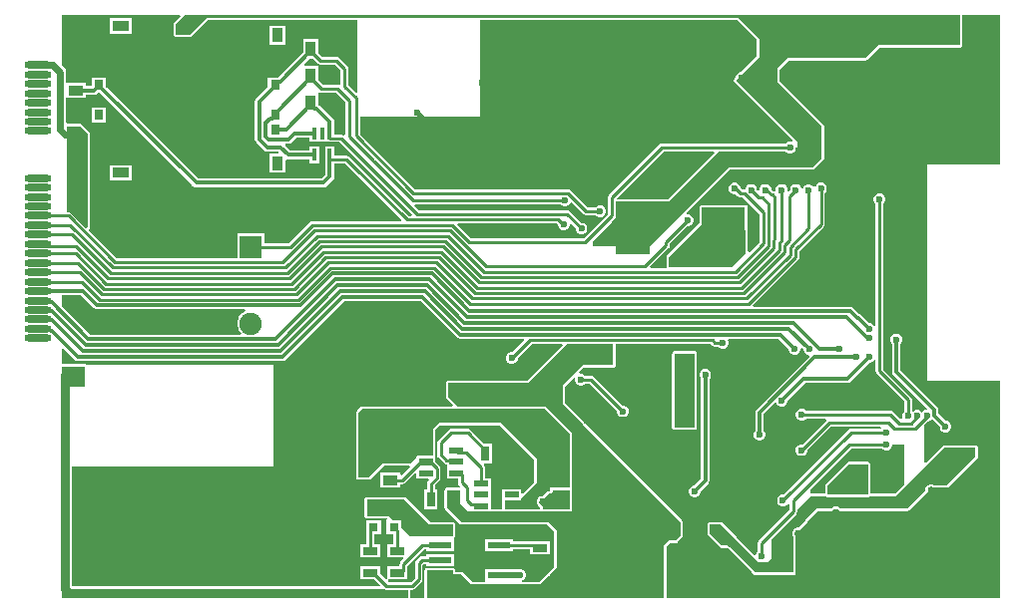
<source format=gbl>
G04*
G04 #@! TF.GenerationSoftware,Altium Limited,Altium Designer,22.0.2 (36)*
G04*
G04 Layer_Physical_Order=2*
G04 Layer_Color=16711680*
%FSLAX44Y44*%
%MOMM*%
G71*
G04*
G04 #@! TF.SameCoordinates,5265F303-A955-4834-83B4-5BE1E65ADB8C*
G04*
G04*
G04 #@! TF.FilePolarity,Positive*
G04*
G01*
G75*
%ADD12C,0.3000*%
%ADD16C,0.4000*%
%ADD17C,0.2540*%
%ADD20O,2.3000X0.6000*%
%ADD21R,0.7000X1.3000*%
%ADD22R,0.9000X1.3000*%
%ADD30R,1.3000X0.9000*%
%ADD31R,0.8000X0.8000*%
%ADD32R,1.3000X0.7000*%
%ADD48R,0.4000X1.0900*%
%ADD94C,0.7000*%
%ADD95C,0.5000*%
%ADD97C,0.3000*%
G04:AMPARAMS|DCode=98|XSize=2mm|YSize=1.2mm|CornerRadius=0.36mm|HoleSize=0mm|Usage=FLASHONLY|Rotation=90.000|XOffset=0mm|YOffset=0mm|HoleType=Round|Shape=RoundedRectangle|*
%AMROUNDEDRECTD98*
21,1,2.0000,0.4800,0,0,90.0*
21,1,1.2800,1.2000,0,0,90.0*
1,1,0.7200,0.2400,0.6400*
1,1,0.7200,0.2400,-0.6400*
1,1,0.7200,-0.2400,-0.6400*
1,1,0.7200,-0.2400,0.6400*
%
%ADD98ROUNDEDRECTD98*%
%ADD99C,1.9000*%
%ADD100R,1.9000X1.9000*%
%ADD101C,0.6000*%
%ADD102R,3.0000X4.0000*%
%ADD103R,1.2000X0.5500*%
%ADD104R,1.9700X0.6000*%
%ADD105R,2.4130X3.3020*%
%ADD106R,1.4000X0.9500*%
%ADD107R,0.9500X1.2000*%
%ADD108R,0.8000X0.9000*%
%ADD109C,0.6000*%
%ADD110C,0.3500*%
G36*
X261330Y497455D02*
X262412Y496732D01*
X263688Y496478D01*
X275931D01*
X280896Y491513D01*
Y479608D01*
X279626Y478929D01*
X279400Y479080D01*
X278125Y479334D01*
X265881D01*
X262000Y483215D01*
Y495500D01*
X250203D01*
X249677Y496770D01*
X254407Y501500D01*
X257285D01*
X261330Y497455D01*
D02*
G37*
G36*
X144943Y537827D02*
X139558Y532442D01*
X139116Y531780D01*
X138961Y531000D01*
Y522000D01*
X139116Y521220D01*
X139558Y520558D01*
X140220Y520116D01*
X141000Y519961D01*
X153000D01*
X153000Y519961D01*
X153780Y520116D01*
X154442Y520558D01*
X154442Y520558D01*
X167845Y533961D01*
X295000D01*
Y473374D01*
X293827Y472888D01*
X287564Y479151D01*
Y492894D01*
X287310Y494170D01*
X286588Y495252D01*
X279670Y502170D01*
X278588Y502892D01*
X277312Y503146D01*
X265069D01*
X262000Y506215D01*
Y518500D01*
X249000D01*
Y506907D01*
X227766Y485673D01*
X227350D01*
X226981Y485600D01*
X219100D01*
Y478007D01*
X209146Y468054D01*
X208318Y466813D01*
X208027Y465350D01*
Y432969D01*
X208318Y431505D01*
X209146Y430265D01*
X215731Y423681D01*
X216971Y422852D01*
X218434Y422561D01*
X227851D01*
X228270Y422020D01*
X227647Y420750D01*
X220650D01*
Y404750D01*
X234150D01*
Y415384D01*
X235420Y416172D01*
X236403Y415977D01*
X254500D01*
Y412350D01*
X262500D01*
Y427250D01*
X254500D01*
Y423623D01*
X237987D01*
X233654Y427957D01*
X234180Y429226D01*
X236323D01*
X237787Y429518D01*
X239027Y430346D01*
X243057Y434377D01*
X254500D01*
Y430750D01*
X271908D01*
X272230Y430686D01*
X279619D01*
X341168Y369137D01*
X340682Y367964D01*
X338618D01*
X294116Y412466D01*
X293371Y412964D01*
X288358Y417977D01*
X287276Y418700D01*
X286000Y418954D01*
X275500D01*
Y427250D01*
X267500D01*
Y412350D01*
X267677D01*
Y403084D01*
X264416Y399823D01*
X159884D01*
X81700Y478007D01*
Y485600D01*
X69700D01*
Y478324D01*
X64500D01*
Y481000D01*
X48098D01*
Y489899D01*
X47710Y491850D01*
X46605Y493504D01*
X44000Y496109D01*
Y539000D01*
X144457D01*
X144943Y537827D01*
D02*
G37*
G36*
X263224Y472920D02*
X264500Y472666D01*
X276744D01*
X284666Y464743D01*
Y436865D01*
X283396Y436339D01*
X283358Y436377D01*
X282276Y437100D01*
X281000Y437354D01*
X275500D01*
Y445650D01*
X275323D01*
Y448000D01*
X275032Y449463D01*
X274204Y450704D01*
X262954Y461954D01*
X262000Y462591D01*
Y472210D01*
X263047Y473038D01*
X263224Y472920D01*
D02*
G37*
G36*
X633961Y517155D02*
Y503845D01*
X620116Y490000D01*
X620005D01*
X618168Y489239D01*
X616761Y487832D01*
X616000Y485995D01*
Y485884D01*
X614558Y484442D01*
X614116Y483780D01*
X613961Y483000D01*
X614116Y482220D01*
X614558Y481558D01*
X614558Y481558D01*
X664270Y431847D01*
X663550Y430770D01*
X662995Y431000D01*
X661005D01*
X659168Y430239D01*
X658263Y429334D01*
X553376D01*
X552100Y429080D01*
X551018Y428358D01*
X508372Y385712D01*
X507650Y384630D01*
X507396Y383354D01*
Y369490D01*
X486970Y349064D01*
X391045D01*
X379986Y360122D01*
X380472Y361296D01*
X464053D01*
X465000Y360349D01*
Y360005D01*
X465761Y358168D01*
X467168Y356761D01*
X469005Y356000D01*
X470994D01*
X472832Y356761D01*
X474239Y358168D01*
X475000Y360005D01*
Y360489D01*
X476270Y361015D01*
X480000Y357285D01*
Y356005D01*
X480761Y354168D01*
X482168Y352761D01*
X484005Y352000D01*
X485995D01*
X487832Y352761D01*
X489239Y354168D01*
X490000Y356005D01*
Y357995D01*
X489239Y359832D01*
X487832Y361239D01*
X485995Y362000D01*
X484715D01*
X475188Y371527D01*
X474106Y372250D01*
X472830Y372504D01*
X347231D01*
X343339Y376396D01*
X343865Y377666D01*
X467263D01*
X468168Y376761D01*
X470005Y376000D01*
X471995D01*
X473832Y376761D01*
X475239Y378168D01*
X475517Y378839D01*
X477015Y379137D01*
X486510Y369642D01*
X487591Y368920D01*
X488867Y368666D01*
X497263D01*
X498168Y367761D01*
X500005Y367000D01*
X501995D01*
X503832Y367761D01*
X505239Y369168D01*
X506000Y371005D01*
Y372995D01*
X505239Y374832D01*
X503832Y376239D01*
X501995Y377000D01*
X500005D01*
X498168Y376239D01*
X497263Y375334D01*
X490248D01*
X475955Y389627D01*
X474873Y390350D01*
X473597Y390604D01*
X344111D01*
X297334Y437381D01*
Y452000D01*
X399000D01*
Y533961D01*
X617155D01*
X633961Y517155D01*
D02*
G37*
G36*
X806000Y513000D02*
X737000D01*
X726000Y502000D01*
X660000D01*
X651000Y493000D01*
Y482000D01*
X689000Y444000D01*
Y417000D01*
X681000Y409000D01*
Y409000D01*
X610000D01*
X543000Y342000D01*
X495000D01*
Y346000D01*
X511000Y362000D01*
Y363664D01*
X513088Y365751D01*
X513810Y366833D01*
X514064Y368109D01*
Y380000D01*
X559000D01*
X601666Y422666D01*
X658263D01*
X659168Y421761D01*
X661005Y421000D01*
X662995D01*
X664832Y421761D01*
X666239Y423168D01*
X667000Y425005D01*
Y426000D01*
X668000D01*
Y431000D01*
X616000Y483000D01*
X636000Y503000D01*
Y518000D01*
X618000Y536000D01*
X167000D01*
X153000Y522000D01*
X141000D01*
Y531000D01*
X149000Y539000D01*
X806000D01*
Y513000D01*
D02*
G37*
G36*
X597609Y421493D02*
X558155Y382039D01*
X515789D01*
X515303Y383213D01*
X554757Y422666D01*
X597123D01*
X597609Y421493D01*
D02*
G37*
G36*
X66000Y438000D02*
Y358220D01*
X64827Y357734D01*
X52203Y370358D01*
X51121Y371080D01*
X49845Y371334D01*
X48497D01*
Y443497D01*
X49000Y444000D01*
X60000D01*
X66000Y438000D01*
D02*
G37*
G36*
X155596Y393296D02*
X156837Y392468D01*
X158300Y392177D01*
X266000D01*
X267463Y392468D01*
X268704Y393296D01*
X274204Y398796D01*
X275032Y400037D01*
X275323Y401500D01*
Y412286D01*
X284619D01*
X289154Y407751D01*
X289899Y407253D01*
X332555Y364597D01*
X332069Y363424D01*
X256950D01*
X255674Y363170D01*
X254593Y362448D01*
X236979Y344834D01*
X216000D01*
Y353000D01*
X193000D01*
Y331884D01*
X90676D01*
X67315Y355246D01*
X67442Y356778D01*
X67884Y357439D01*
X68039Y358220D01*
Y438000D01*
X68039Y438000D01*
X67884Y438780D01*
X67442Y439442D01*
X61442Y445442D01*
X60780Y445884D01*
X60000Y446039D01*
X49000D01*
X49000Y446039D01*
X48098Y447155D01*
Y468000D01*
X64500D01*
Y470677D01*
X71600D01*
X73063Y470968D01*
X74304Y471796D01*
X75107Y472600D01*
X76293D01*
X155596Y393296D01*
D02*
G37*
G36*
X624000Y336000D02*
X612000Y324000D01*
X559000D01*
Y333000D01*
X587000Y361000D01*
Y375000D01*
X623000D01*
X624000Y336000D01*
D02*
G37*
G36*
X71633Y289477D02*
X72790Y288703D01*
X74156Y288431D01*
X199358D01*
X199997Y287277D01*
X199966Y287161D01*
X197439Y285702D01*
X195298Y283561D01*
X193784Y280939D01*
X193000Y278014D01*
Y274986D01*
X193784Y272061D01*
X195298Y269439D01*
X196398Y268339D01*
X195872Y267069D01*
X68049D01*
X44000Y291118D01*
Y300431D01*
X60678D01*
X71633Y289477D01*
D02*
G37*
G36*
X379247Y264707D02*
X380404Y263933D01*
X381770Y263661D01*
X436287D01*
X436773Y262488D01*
X426285Y252000D01*
X425005D01*
X423168Y251239D01*
X421761Y249832D01*
X421000Y247995D01*
Y246005D01*
X421761Y244168D01*
X423168Y242761D01*
X425005Y242000D01*
X426995D01*
X428832Y242761D01*
X430239Y244168D01*
X431000Y246005D01*
Y247285D01*
X442841Y259126D01*
X468583D01*
X469069Y257953D01*
X439155Y228039D01*
X372000D01*
X371220Y227884D01*
X370558Y227442D01*
X370116Y226780D01*
X369961Y226000D01*
X369961Y214000D01*
X369961Y214000D01*
X370116Y213220D01*
X370558Y212558D01*
X375904Y207213D01*
X375418Y206039D01*
X299000D01*
X299000Y206039D01*
X298220Y205884D01*
X297558Y205442D01*
X297558Y205442D01*
X294558Y202442D01*
X294116Y201780D01*
X293961Y201000D01*
Y145761D01*
X294116Y144981D01*
X294558Y144319D01*
X295220Y143877D01*
X296000Y143722D01*
X304498D01*
X305279Y143877D01*
X305940Y144319D01*
X305940Y144319D01*
X317582Y155961D01*
X339260D01*
X339786Y154691D01*
X332770Y147675D01*
X331500Y148201D01*
Y150000D01*
X314500D01*
Y137000D01*
X331500D01*
Y140166D01*
X333310D01*
X334586Y140420D01*
X335667Y141143D01*
X343827Y149302D01*
X345000Y148816D01*
Y144750D01*
X355343D01*
X355829Y143577D01*
X355143Y142890D01*
X354420Y141808D01*
X354166Y140532D01*
Y135500D01*
X352000D01*
Y118500D01*
X363000D01*
Y135500D01*
X360834D01*
Y139151D01*
X364627Y142945D01*
X365350Y144026D01*
X365604Y145302D01*
Y153604D01*
X365350Y154880D01*
X364627Y155962D01*
X361000Y159590D01*
Y163750D01*
X361000Y163750D01*
X361039Y164000D01*
Y186155D01*
X364845Y189961D01*
X416155D01*
X444961Y161155D01*
Y141845D01*
X435173Y132057D01*
X434000Y132543D01*
Y135750D01*
X418000D01*
Y126250D01*
X418000Y126250D01*
X417961Y126000D01*
Y119039D01*
X408000D01*
Y124980D01*
X408000Y126250D01*
X408000D01*
Y126250D01*
X408000D01*
Y134480D01*
X408000Y135750D01*
X408000Y137020D01*
Y145250D01*
X403334D01*
Y154000D01*
X403080Y155276D01*
X402443Y156230D01*
X402652Y157068D01*
X402831Y157500D01*
X409000D01*
Y174500D01*
X402715D01*
X390858Y186357D01*
X389776Y187080D01*
X388500Y187334D01*
X374921D01*
X373645Y187080D01*
X372563Y186357D01*
X363643Y177437D01*
X362920Y176355D01*
X362666Y175079D01*
Y165000D01*
X362920Y163724D01*
X363643Y162642D01*
X368162Y158123D01*
X369244Y157400D01*
X370520Y157146D01*
X371000Y156666D01*
X371000Y154250D01*
X371000Y152980D01*
Y144750D01*
X380396D01*
Y141270D01*
X380650Y139994D01*
X381372Y138912D01*
X381976Y138309D01*
X381450Y137039D01*
X371000D01*
X370220Y136884D01*
X369558Y136442D01*
X369116Y135780D01*
X368961Y135000D01*
Y120000D01*
X369116Y119220D01*
X369558Y118558D01*
X381558Y106558D01*
X382220Y106116D01*
X383000Y105961D01*
X456155D01*
X461961Y100155D01*
Y69835D01*
X457058Y64932D01*
X456616Y64271D01*
X456469Y63531D01*
X455729Y63384D01*
X455068Y62942D01*
X449165Y57039D01*
X434994D01*
X434741Y58309D01*
X435832Y58761D01*
X437239Y60168D01*
X438000Y62005D01*
Y63995D01*
X437239Y65832D01*
X435832Y67239D01*
X433994Y68000D01*
X432005D01*
X430890Y67538D01*
X426600D01*
Y67950D01*
X402900D01*
Y58309D01*
X402900Y57950D01*
X402033Y57039D01*
X392345D01*
X384452Y64932D01*
X383790Y65374D01*
X383010Y65529D01*
X377974D01*
Y67000D01*
X377819Y67780D01*
X377377Y68442D01*
X376715Y68884D01*
X375935Y69039D01*
X354000D01*
X353220Y68884D01*
X352558Y68442D01*
X352116Y67780D01*
X351961Y67000D01*
Y43000D01*
X340039D01*
Y50436D01*
X341770D01*
X343046Y50690D01*
X344128Y51413D01*
X349357Y56642D01*
X350080Y57724D01*
X350334Y59000D01*
Y71619D01*
X351031Y72316D01*
X353400D01*
Y70650D01*
X377100D01*
Y80650D01*
X353400D01*
Y78984D01*
X349650D01*
X348374Y78730D01*
X347292Y78007D01*
X344642Y75357D01*
X343920Y74276D01*
X343666Y73000D01*
Y60381D01*
X340389Y57104D01*
X321341D01*
X320860Y57730D01*
X321450Y59000D01*
X337340D01*
Y66408D01*
X337404Y66730D01*
Y70689D01*
X351731Y85016D01*
X353400D01*
Y83350D01*
X377100D01*
Y93350D01*
X377100Y93350D01*
X377328Y94525D01*
X377377Y94558D01*
X377819Y95220D01*
X377974Y96000D01*
Y100183D01*
X378039Y100510D01*
Y106000D01*
X377884Y106780D01*
X377442Y107442D01*
X376780Y107884D01*
X376000Y108039D01*
X356845D01*
X336442Y128442D01*
X335780Y128884D01*
X335000Y129039D01*
X303000D01*
X302220Y128884D01*
X301558Y128442D01*
X301116Y127780D01*
X300961Y127000D01*
Y113000D01*
X301116Y112220D01*
X301558Y111558D01*
X302220Y111116D01*
X303000Y110961D01*
X320187D01*
X320315Y110770D01*
X319840Y109500D01*
X319840D01*
Y97500D01*
X325506D01*
Y89000D01*
X320340D01*
Y78000D01*
X333626D01*
X334112Y76827D01*
X331712Y74428D01*
X330990Y73346D01*
X330736Y72070D01*
Y70000D01*
X320340D01*
Y60142D01*
X320340Y59511D01*
X319081Y58974D01*
X314340Y63715D01*
Y70000D01*
X297340D01*
Y59000D01*
X309625D01*
X314412Y54212D01*
X313926Y53039D01*
X53845D01*
X53039Y53845D01*
Y155000D01*
X224000D01*
Y241000D01*
X65737D01*
X65442Y241442D01*
X64780Y241884D01*
X64000Y242039D01*
X44000D01*
Y255294D01*
X45173Y255780D01*
X54977Y245977D01*
X56134Y245203D01*
X57500Y244932D01*
X231754D01*
X233120Y245203D01*
X234278Y245977D01*
X283732Y295431D01*
X348522D01*
X379247Y264707D01*
D02*
G37*
G36*
X840000Y412000D02*
X778092D01*
Y228000D01*
X840000D01*
Y43000D01*
X557039D01*
Y87155D01*
X559845Y89961D01*
X565000D01*
X565780Y90116D01*
X566442Y90558D01*
X570442Y94558D01*
X570442Y94558D01*
X570884Y95220D01*
X571039Y96000D01*
Y108000D01*
X571039Y108000D01*
X570884Y108780D01*
X570442Y109442D01*
X556442Y123442D01*
X556442Y123442D01*
X556442Y123442D01*
X553860Y126024D01*
X487442Y192442D01*
X471039Y208845D01*
Y223155D01*
X478512Y230629D01*
X479483Y230075D01*
X479624Y229944D01*
Y228005D01*
X480386Y226168D01*
X481792Y224761D01*
X483630Y224000D01*
X485619D01*
X487457Y224761D01*
X488362Y225666D01*
X491619D01*
X515000Y202285D01*
Y201005D01*
X515761Y199168D01*
X517168Y197761D01*
X519005Y197000D01*
X520994D01*
X522832Y197761D01*
X524239Y199168D01*
X525000Y201005D01*
Y202995D01*
X524239Y204832D01*
X522832Y206239D01*
X520994Y207000D01*
X519715D01*
X495358Y231357D01*
X494276Y232080D01*
X493000Y232334D01*
X488362D01*
X487457Y233239D01*
X485619Y234000D01*
X483680D01*
X483549Y234141D01*
X482996Y235112D01*
X486845Y238961D01*
X512000D01*
X512780Y239116D01*
X513442Y239558D01*
X513884Y240220D01*
X514039Y241000D01*
Y259000D01*
X514143Y259126D01*
X594619D01*
X595832Y257913D01*
X596914Y257190D01*
X598190Y256936D01*
X600993D01*
X602168Y255761D01*
X604005Y255000D01*
X605995D01*
X607832Y255761D01*
X609239Y257168D01*
X610000Y259005D01*
Y260995D01*
X609421Y262391D01*
X610069Y263661D01*
X652292D01*
X661000Y254953D01*
Y254005D01*
X661761Y252168D01*
X663168Y250761D01*
X665005Y250000D01*
X666995D01*
X668832Y250761D01*
X670239Y252168D01*
X671000Y254005D01*
Y255157D01*
X672270Y255683D01*
X673150Y254803D01*
Y253855D01*
X673911Y252018D01*
X675318Y250611D01*
X677155Y249850D01*
X677815D01*
X678341Y248580D01*
X633477Y203716D01*
X632703Y202558D01*
X632431Y201192D01*
Y185502D01*
X631761Y184832D01*
X631000Y182995D01*
Y181005D01*
X631761Y179168D01*
X633168Y177761D01*
X635005Y177000D01*
X636995D01*
X638832Y177761D01*
X640239Y179168D01*
X641000Y181005D01*
Y182995D01*
X640239Y184832D01*
X639569Y185502D01*
Y199714D01*
X648987Y209133D01*
X650485Y208835D01*
X650761Y208168D01*
X652168Y206761D01*
X654005Y206000D01*
X655994D01*
X657832Y206761D01*
X659239Y208168D01*
X660000Y210005D01*
Y210953D01*
X675265Y226218D01*
X710787D01*
X712153Y226490D01*
X713310Y227264D01*
X729047Y243000D01*
X729995D01*
X731832Y243761D01*
X733239Y245168D01*
X733396Y245547D01*
X734666Y245294D01*
Y236000D01*
X734920Y234724D01*
X735642Y233643D01*
X758666Y210619D01*
Y201737D01*
X757761Y200832D01*
X757000Y198995D01*
Y197005D01*
X757163Y196612D01*
X756455Y195498D01*
X755303Y195413D01*
X749358Y201357D01*
X748276Y202080D01*
X747000Y202334D01*
X675737D01*
X674832Y203239D01*
X672995Y204000D01*
X671005D01*
X669168Y203239D01*
X667761Y201832D01*
X667000Y199995D01*
Y198005D01*
X667761Y196168D01*
X669168Y194761D01*
X671005Y194000D01*
X672995D01*
X674832Y194761D01*
X675737Y195666D01*
X692315D01*
X692700Y194396D01*
X692643Y194357D01*
X672285Y174000D01*
X671005D01*
X669168Y173239D01*
X667761Y171832D01*
X667000Y169995D01*
Y168005D01*
X667761Y166168D01*
X669168Y164761D01*
X671005Y164000D01*
X672995D01*
X674832Y164761D01*
X676239Y166168D01*
X677000Y168005D01*
Y169285D01*
X696381Y188666D01*
X738338D01*
X739017Y187396D01*
X738976Y187334D01*
X714000D01*
X712724Y187080D01*
X711642Y186357D01*
X656285Y131000D01*
X655005D01*
X653168Y130239D01*
X651761Y128832D01*
X651000Y126995D01*
Y125005D01*
X651761Y123168D01*
X653168Y121761D01*
X655005Y121000D01*
X656994D01*
X658832Y121761D01*
X660126Y123055D01*
X660651Y122989D01*
X661396Y122666D01*
Y118271D01*
X635642Y92517D01*
X634920Y91436D01*
X634666Y90160D01*
Y82737D01*
X633761Y81832D01*
X633201Y80479D01*
X631827Y80057D01*
X617731Y94153D01*
X617517Y94296D01*
X616296Y95517D01*
X616153Y95731D01*
X604520Y107364D01*
X603859Y107806D01*
X603078Y107961D01*
X599089D01*
X598994Y108000D01*
X597005D01*
X596911Y107961D01*
X594000D01*
X593220Y107806D01*
X592558Y107364D01*
X592116Y106702D01*
X591961Y105922D01*
Y98000D01*
X592116Y97220D01*
X592558Y96558D01*
X592558Y96558D01*
X602480Y86636D01*
X603141Y86194D01*
X603922Y86039D01*
X607607D01*
X608573Y85847D01*
X609392Y85300D01*
X631133Y63558D01*
X631795Y63116D01*
X632575Y62961D01*
X664922D01*
X665702Y63116D01*
X666364Y63558D01*
X666806Y64220D01*
X666961Y65000D01*
Y95007D01*
X666961Y95007D01*
X666806Y95788D01*
X666558Y96158D01*
X666039Y97411D01*
Y98589D01*
X666490Y99677D01*
X667323Y100510D01*
X668411Y100961D01*
X669285D01*
X670065Y101116D01*
X670727Y101558D01*
X670727Y101558D01*
X676033Y106865D01*
X676145Y107032D01*
X676287Y107174D01*
X676364Y107359D01*
X676476Y107526D01*
X676515Y107723D01*
X676592Y107909D01*
X676672Y108311D01*
X677057Y108889D01*
X684942Y116774D01*
X685520Y117159D01*
X686201Y117295D01*
X697263D01*
X698043Y117450D01*
X698705Y117892D01*
X698705Y117892D01*
X699323Y118510D01*
X700411Y118961D01*
X701589D01*
X702677Y118510D01*
X703295Y117892D01*
X703957Y117450D01*
X704737Y117295D01*
X761619D01*
X761619Y117295D01*
X762399Y117450D01*
X763061Y117892D01*
X776000Y130831D01*
Y130831D01*
X778442Y133273D01*
X778884Y133935D01*
X779039Y134715D01*
Y135589D01*
X779490Y136677D01*
X780323Y137510D01*
X781411Y137961D01*
X782589D01*
X783842Y137442D01*
X784212Y137194D01*
X784993Y137039D01*
X795210D01*
X795210Y137039D01*
X795991Y137194D01*
X796652Y137636D01*
X796652Y137636D01*
X819238Y160222D01*
X819332Y160261D01*
X820739Y161668D01*
X820778Y161762D01*
X820864Y161848D01*
X821306Y162509D01*
X821461Y163290D01*
Y163411D01*
X821500Y163505D01*
Y165495D01*
X821461Y165589D01*
Y171000D01*
X821306Y171780D01*
X820864Y172442D01*
X820202Y172884D01*
X819422Y173039D01*
X793000D01*
X792220Y172884D01*
X791558Y172442D01*
X791558Y172442D01*
X777173Y158057D01*
X776000Y158543D01*
Y190418D01*
X778582Y193000D01*
X778995D01*
X780832Y193761D01*
X781614Y194543D01*
X783297Y194656D01*
X789000Y188953D01*
Y188005D01*
X789761Y186168D01*
X791168Y184761D01*
X793005Y184000D01*
X794995D01*
X796832Y184761D01*
X798239Y186168D01*
X799000Y188005D01*
Y189995D01*
X798239Y191832D01*
X796832Y193239D01*
X794995Y194000D01*
X794047D01*
X788068Y199978D01*
Y203015D01*
X787797Y204380D01*
X787023Y205538D01*
X776000Y216561D01*
X755569Y236993D01*
Y259498D01*
X756239Y260168D01*
X757000Y262005D01*
Y263995D01*
X756239Y265832D01*
X754832Y267239D01*
X752995Y268000D01*
X751005D01*
X749168Y267239D01*
X747761Y265832D01*
X747000Y263995D01*
Y262005D01*
X747761Y260168D01*
X748431Y259498D01*
Y235515D01*
X748703Y234149D01*
X749477Y232991D01*
X778092Y204376D01*
Y203000D01*
X777005D01*
X775168Y202239D01*
X774000Y201071D01*
X772832Y202239D01*
X770994Y203000D01*
X769005D01*
X767168Y202239D01*
X766560Y201631D01*
X765334Y202201D01*
Y212000D01*
X765080Y213276D01*
X764358Y214357D01*
X741334Y237381D01*
Y378263D01*
X742239Y379168D01*
X743000Y381005D01*
Y382995D01*
X742239Y384832D01*
X740832Y386239D01*
X738995Y387000D01*
X737005D01*
X735168Y386239D01*
X733761Y384832D01*
X733000Y382995D01*
Y381005D01*
X733761Y379168D01*
X734666Y378263D01*
Y274706D01*
X733396Y274453D01*
X733239Y274832D01*
X731832Y276239D01*
X729995Y277000D01*
X729047D01*
X722523Y283523D01*
X721366Y284297D01*
X720597Y284450D01*
X715293Y289753D01*
X714136Y290527D01*
X712770Y290799D01*
X630833D01*
X630307Y292069D01*
X668887Y330649D01*
X669610Y331731D01*
X669864Y333007D01*
Y337895D01*
X690596Y358627D01*
X691319Y359709D01*
X691573Y360985D01*
Y387431D01*
X692478Y388335D01*
X693239Y390173D01*
Y392162D01*
X692478Y394000D01*
X691071Y395406D01*
X689233Y396168D01*
X687244D01*
X685406Y395406D01*
X684000Y394000D01*
X683432Y392628D01*
X682071Y392593D01*
X680665Y394000D01*
X678827Y394761D01*
X676838D01*
X675000Y394000D01*
X673594Y392593D01*
X673153Y391530D01*
X671778D01*
X671239Y392832D01*
X669832Y394239D01*
X667995Y395000D01*
X666005D01*
X664168Y394239D01*
X662761Y392832D01*
X662000Y390995D01*
Y389374D01*
X661053Y388589D01*
X660415Y388841D01*
X660000Y389164D01*
Y390995D01*
X659239Y392832D01*
X657832Y394239D01*
X655995Y395000D01*
X654005D01*
X652168Y394239D01*
X650761Y392832D01*
X650000Y390995D01*
Y389403D01*
X649042Y388723D01*
X648827Y388659D01*
X648436Y388920D01*
X647556Y389095D01*
X646000Y390651D01*
Y390995D01*
X645239Y392832D01*
X643832Y394239D01*
X641995Y395000D01*
X640005D01*
X638168Y394239D01*
X636761Y392832D01*
X636000Y390995D01*
Y389717D01*
X634856Y389206D01*
X634000Y389888D01*
Y390995D01*
X633239Y392832D01*
X631832Y394239D01*
X629995Y395000D01*
X628005D01*
X626168Y394239D01*
X624761Y392832D01*
X624000Y390995D01*
Y390583D01*
X623387Y390080D01*
X621571D01*
X620000Y391651D01*
Y391995D01*
X619239Y393832D01*
X617832Y395239D01*
X615995Y396000D01*
X614005D01*
X612168Y395239D01*
X610761Y393832D01*
X610000Y391995D01*
Y390005D01*
X610761Y388168D01*
X612168Y386761D01*
X614005Y386000D01*
X615995D01*
X616155Y386066D01*
X617833Y384388D01*
X618914Y383666D01*
X620190Y383412D01*
X622006D01*
X635956Y369462D01*
Y345671D01*
X627285Y337000D01*
X626001Y337512D01*
X626000Y337555D01*
Y377000D01*
X623197D01*
X623000Y377039D01*
X587000D01*
X586220Y376884D01*
X585558Y376442D01*
X585116Y375780D01*
X584961Y375000D01*
Y361845D01*
X557558Y334442D01*
X557116Y333780D01*
X556961Y333000D01*
Y324000D01*
X556792Y323794D01*
X543793D01*
X543307Y324967D01*
X558839Y340499D01*
X559562Y341581D01*
X559815Y342857D01*
Y344100D01*
X574715Y359000D01*
X575995D01*
X577832Y359761D01*
X579239Y361168D01*
X580000Y363005D01*
Y364995D01*
X579239Y366832D01*
X577832Y368239D01*
X575995Y369000D01*
X574680D01*
X574154Y370270D01*
X610845Y406961D01*
X681000D01*
X681780Y407116D01*
X682442Y407558D01*
X682442Y407558D01*
X690442Y415558D01*
X690884Y416220D01*
X691039Y417000D01*
Y444000D01*
X691039Y444000D01*
X690884Y444780D01*
X690442Y445442D01*
X690442Y445442D01*
X653039Y482845D01*
Y492155D01*
X660845Y499961D01*
X726000D01*
X726780Y500116D01*
X727442Y500558D01*
X727442Y500558D01*
X737845Y510961D01*
X806000D01*
X806780Y511116D01*
X807442Y511558D01*
X807884Y512220D01*
X808039Y513000D01*
Y539000D01*
X840000D01*
Y412000D01*
D02*
G37*
G36*
X759000Y173000D02*
Y139884D01*
X751155Y132039D01*
X730039D01*
Y157000D01*
X729884Y157780D01*
X729442Y158442D01*
X728780Y158884D01*
X728000Y159039D01*
X712000D01*
X711220Y158884D01*
X710558Y158442D01*
X692558Y140442D01*
X692116Y139780D01*
X691961Y139000D01*
Y132039D01*
X679000D01*
X679000Y132039D01*
Y135781D01*
X713885Y170666D01*
X740263D01*
X741168Y169761D01*
X743005Y169000D01*
X744995D01*
X746832Y169761D01*
X748239Y171168D01*
X749000Y173005D01*
Y174000D01*
X758586D01*
X759000Y173000D01*
D02*
G37*
G36*
X819422Y163290D02*
X795210Y139078D01*
X784993D01*
X784832Y139239D01*
X782995Y140000D01*
X781005D01*
X779168Y139239D01*
X777761Y137832D01*
X777000Y135995D01*
Y134715D01*
X761619Y119334D01*
X704737D01*
X703832Y120239D01*
X701995Y121000D01*
X700005D01*
X698168Y120239D01*
X697263Y119334D01*
X686000D01*
X684724Y119080D01*
X683642Y118357D01*
X675473Y110189D01*
X674751Y109107D01*
X674592Y108307D01*
X669285Y103000D01*
X668005D01*
X666168Y102239D01*
X664761Y100832D01*
X664000Y98995D01*
Y97005D01*
X664761Y95168D01*
X664922Y95007D01*
Y65000D01*
X632575D01*
X610691Y86884D01*
X609368Y87768D01*
X609109Y87819D01*
X607808Y88078D01*
X607808Y88078D01*
X603922D01*
X594000Y98000D01*
Y103000D01*
Y105922D01*
X603078D01*
X614711Y94289D01*
X614761Y94168D01*
X616168Y92761D01*
X616289Y92711D01*
X635000Y74000D01*
X643000D01*
X646000Y77000D01*
Y93445D01*
X667087Y114532D01*
X667810Y115614D01*
X668064Y116890D01*
Y119064D01*
X679000Y130000D01*
X692263D01*
X692558Y129558D01*
X693220Y129116D01*
X694000Y128961D01*
X728000D01*
X728780Y129116D01*
X729442Y129558D01*
X729737Y130000D01*
X752000D01*
X793000Y171000D01*
X819422D01*
Y163290D01*
D02*
G37*
G36*
X728000Y131000D02*
X694000D01*
Y139000D01*
X712000Y157000D01*
X728000D01*
Y131000D01*
D02*
G37*
G36*
X474961Y119039D02*
X453168D01*
X452540Y119780D01*
X452298Y120309D01*
X452259Y120506D01*
Y120707D01*
X452182Y120893D01*
X452143Y121089D01*
X452031Y121257D01*
X451954Y121442D01*
X451813Y121584D01*
X451701Y121751D01*
X451534Y121863D01*
X451392Y122005D01*
X451206Y122082D01*
X451039Y122193D01*
X450323Y122490D01*
X449490Y123323D01*
X449039Y124411D01*
Y125589D01*
X449490Y126677D01*
X450323Y127510D01*
X451411Y127961D01*
X452285D01*
X453065Y128116D01*
X453727Y128558D01*
X453727Y128558D01*
X456442Y131274D01*
X457020Y131659D01*
X457701Y131795D01*
X458500D01*
X459280Y131950D01*
X459942Y132392D01*
X460384Y133054D01*
X460539Y133834D01*
Y134961D01*
X474961D01*
Y119039D01*
D02*
G37*
G36*
X380000Y203961D02*
X454039D01*
X474961Y183039D01*
X474961Y137000D01*
X458500D01*
Y133834D01*
X457500D01*
X456224Y133580D01*
X455142Y132858D01*
X452285Y130000D01*
X451005D01*
X449168Y129239D01*
X447761Y127832D01*
X447000Y125995D01*
Y124005D01*
X447761Y122168D01*
X449168Y120761D01*
X450259Y120309D01*
X450006Y119039D01*
X434000D01*
X433803Y119000D01*
X420000D01*
Y126000D01*
X432000D01*
X432250Y126250D01*
X434000D01*
Y128000D01*
X447000Y141000D01*
Y162000D01*
X417000Y192000D01*
X364000D01*
X359000Y187000D01*
Y164000D01*
X346000D01*
X345750Y163750D01*
X345000D01*
Y163000D01*
X340000Y158000D01*
X316737D01*
X304498Y145761D01*
X296000D01*
Y201000D01*
X299000Y204000D01*
X379803D01*
X380000Y203961D01*
D02*
G37*
G36*
X512000Y241000D02*
X486000D01*
X469000Y224000D01*
Y208000D01*
X486000Y191000D01*
X555000Y122000D01*
Y122000D01*
X569000Y108000D01*
Y96000D01*
X565000Y92000D01*
X559000D01*
X555000Y88000D01*
Y43000D01*
X354000D01*
Y67000D01*
X375935D01*
Y63490D01*
X383010D01*
X391500Y55000D01*
X450010D01*
X456510Y61500D01*
X458500D01*
Y63490D01*
X464000Y68990D01*
Y101000D01*
X457000Y108000D01*
X383000D01*
X371000Y120000D01*
Y135000D01*
X382000D01*
Y124000D01*
X389000Y117000D01*
X392000D01*
Y116750D01*
X408000D01*
Y117000D01*
X418000D01*
Y116750D01*
X434000D01*
Y117000D01*
X477000D01*
X477000Y184000D01*
X455000Y206000D01*
X380000D01*
X372000Y214000D01*
X372000Y226000D01*
X440000D01*
X473000Y259000D01*
X512000D01*
Y241000D01*
D02*
G37*
G36*
X356000Y106000D02*
X376000D01*
Y100510D01*
X375935D01*
Y96000D01*
X339000D01*
X331840Y103160D01*
Y109500D01*
X325500D01*
X322000Y113000D01*
X303000D01*
Y127000D01*
X335000D01*
X356000Y106000D01*
D02*
G37*
G36*
X64000Y223000D02*
X51000D01*
Y53000D01*
X53000Y51000D01*
X317830D01*
X318294Y50690D01*
X319570Y50436D01*
X338000D01*
Y43000D01*
X44000D01*
Y240000D01*
X64000D01*
Y223000D01*
D02*
G37*
%LPC*%
G36*
X103300Y536350D02*
X85300D01*
Y522850D01*
X103300D01*
Y536350D01*
D02*
G37*
G36*
X234150Y529250D02*
X220650D01*
Y513250D01*
X234150D01*
Y529250D01*
D02*
G37*
G36*
X81700Y460200D02*
X69700D01*
Y447200D01*
X81700D01*
Y460200D01*
D02*
G37*
G36*
X103300Y411150D02*
X85300D01*
Y397650D01*
X103300D01*
Y411150D01*
D02*
G37*
G36*
X426600Y93350D02*
X402900D01*
Y83350D01*
X426600D01*
Y85016D01*
X441500D01*
Y80500D01*
X458500D01*
Y91500D01*
X445575D01*
X444650Y91684D01*
X426600D01*
Y93350D01*
D02*
G37*
G36*
X314840Y109500D02*
X302840D01*
Y101896D01*
X302760Y101776D01*
X302506Y100500D01*
Y89000D01*
X297340D01*
Y78000D01*
X314340D01*
Y89000D01*
X309174D01*
Y97500D01*
X314840D01*
Y109500D01*
D02*
G37*
G36*
X581000Y253039D02*
X564000D01*
X563220Y252884D01*
X562558Y252442D01*
X562116Y251780D01*
X561961Y251000D01*
Y188000D01*
X562116Y187220D01*
X562558Y186558D01*
X563220Y186116D01*
X564000Y185961D01*
X581000D01*
X581780Y186116D01*
X582442Y186558D01*
X582884Y187220D01*
X583039Y188000D01*
Y251000D01*
X582884Y251780D01*
X582442Y252442D01*
X581780Y252884D01*
X581000Y253039D01*
D02*
G37*
G36*
X590995Y238000D02*
X589005D01*
X587168Y237239D01*
X585761Y235832D01*
X585000Y233995D01*
Y232005D01*
X585761Y230168D01*
X586431Y229498D01*
Y144478D01*
X580953Y139000D01*
X580005D01*
X578168Y138239D01*
X576761Y136832D01*
X576000Y134995D01*
Y133005D01*
X576761Y131168D01*
X578168Y129761D01*
X580005Y129000D01*
X581995D01*
X583832Y129761D01*
X585239Y131168D01*
X586000Y133005D01*
Y133953D01*
X592523Y140477D01*
X593297Y141634D01*
X593569Y143000D01*
Y229498D01*
X594239Y230168D01*
X595000Y232005D01*
Y233995D01*
X594239Y235832D01*
X592832Y237239D01*
X590995Y238000D01*
D02*
G37*
%LPD*%
G36*
X581000Y188000D02*
X564000D01*
Y251000D01*
X581000D01*
Y188000D01*
D02*
G37*
D12*
X636000Y182000D02*
Y201192D01*
X682808Y248000D01*
X278112Y309000D02*
X354142D01*
X227612Y258500D02*
X278112Y309000D01*
X66571Y263500D02*
X225541D01*
X74156Y292000D02*
X246970D01*
X64500Y258500D02*
X227612D01*
X276041Y314000D02*
X356213D01*
X246970Y292000D02*
X273970Y319000D01*
X358284D01*
X280183Y304000D02*
X352071D01*
X282254Y299000D02*
X350000D01*
X57500Y248500D02*
X231754D01*
X225541Y263500D02*
X276041Y314000D01*
X229683Y253500D02*
X280183Y304000D01*
X231754Y248500D02*
X282254Y299000D01*
X62000Y253500D02*
X229683D01*
X350000Y299000D02*
X381770Y267230D01*
X356213Y314000D02*
X387983Y282230D01*
X385912Y277230D02*
X664962D01*
X381770Y267230D02*
X653770D01*
X387983Y282230D02*
X709578D01*
X712770Y287230D02*
X719000Y281000D01*
X354142Y309000D02*
X385912Y277230D01*
X653770Y267230D02*
X666000Y255000D01*
X664962Y277230D02*
X687192Y255000D01*
X383841Y272230D02*
X660770D01*
X709578Y282230D02*
X726308Y265500D01*
X352071Y304000D02*
X383841Y272230D01*
X390054Y287230D02*
X712770D01*
X660770Y272230D02*
X678150Y254850D01*
X358284Y319000D02*
X390054Y287230D01*
X24000Y304000D02*
X62156D01*
X74156Y292000D01*
X33312Y296000D02*
X34812Y294500D01*
X35571D01*
X24000Y296000D02*
X33312D01*
X35571Y294500D02*
X66571Y263500D01*
X24000Y288000D02*
X24574Y287426D01*
X35574D01*
X64500Y258500D01*
X36074Y279426D02*
X62000Y253500D01*
X24000Y280000D02*
X24574Y279426D01*
X36074D01*
X35500Y270500D02*
X57500Y248500D01*
X33312Y272000D02*
X34812Y270500D01*
X24000Y272000D02*
X33312D01*
X34812Y270500D02*
X35500D01*
X687192Y255000D02*
X704000D01*
X726308Y265500D02*
X726688D01*
X728188Y264000D01*
X729000D01*
X719000Y281000D02*
X720000D01*
X729000Y272000D01*
X752000Y235515D02*
X784500Y203015D01*
X752000Y235515D02*
Y263000D01*
X784500Y198500D02*
X794000Y189000D01*
X784500Y198500D02*
Y203015D01*
X581000Y134000D02*
X590000Y143000D01*
Y233000D01*
X682808Y248000D02*
X718000D01*
X710787Y229787D02*
X729000Y248000D01*
X655000Y211000D02*
X673787Y229787D01*
X710787D01*
D16*
X726000Y490459D02*
X732000Y496459D01*
Y497000D01*
X726000Y461000D02*
Y490459D01*
X669000Y59958D02*
Y98000D01*
Y59958D02*
X675343Y53615D01*
Y49343D02*
Y53615D01*
X183000Y365000D02*
X200000Y382000D01*
X290000D01*
X607808Y84000D02*
X644808Y47000D01*
X564000Y84000D02*
X607808D01*
X644808Y47000D02*
X673000D01*
X319000Y243541D02*
Y282000D01*
Y243541D02*
X320000Y242541D01*
Y242000D02*
Y242541D01*
Y242000D02*
X344000Y218000D01*
X747000Y371000D02*
X761000Y357000D01*
Y258000D02*
Y357000D01*
X747000Y371000D02*
Y451500D01*
X722459Y458000D02*
X725459Y461000D01*
X692000Y458000D02*
X722459D01*
X611309Y103691D02*
X612309D01*
X605000Y110000D02*
X611309Y103691D01*
X612309D02*
X619000Y97000D01*
X429250Y140500D02*
X434750Y146000D01*
X426000Y140500D02*
X429250D01*
X434750Y146000D02*
X439000D01*
X821000Y184192D02*
X823500Y181692D01*
X821000Y184192D02*
Y204000D01*
X823500Y161600D02*
Y181692D01*
X796899Y135000D02*
X823500Y161600D01*
X782000Y135000D02*
X796899D01*
X788000Y469000D02*
Y499000D01*
Y469000D02*
X802000Y455000D01*
X673000Y47000D02*
X675343Y49343D01*
X346000Y456000D02*
X383000Y419000D01*
X447000D01*
X266000Y464000D02*
X274500D01*
X265000Y487000D02*
X274500D01*
X266000Y510000D02*
X274500D01*
X265000Y511000D02*
X266000Y510000D01*
X344000Y218000D02*
X356000D01*
X577000Y97000D02*
X590000Y110000D01*
X564000Y84000D02*
X577000Y97000D01*
X609500Y114500D02*
Y143500D01*
X605000Y110000D02*
X609500Y114500D01*
X590000Y110000D02*
X605000D01*
X726000Y461000D02*
X735500Y451500D01*
X746000D01*
X725459Y461000D02*
X726000D01*
X159500Y341500D02*
Y377500D01*
X102000Y435000D02*
X159500Y377500D01*
X82000Y435000D02*
X102000D01*
X75700Y440800D02*
Y441300D01*
Y440800D02*
X77700Y438800D01*
X78200D01*
X82000Y435000D01*
X290000Y382541D02*
X291000Y383541D01*
Y402000D01*
X290000Y382000D02*
Y382541D01*
X581000Y489000D02*
X617500Y525500D01*
X581000Y468000D02*
Y489000D01*
X549000Y500000D02*
X581000Y468000D01*
X549000Y500000D02*
Y517000D01*
X556000Y460000D02*
Y461000D01*
X563000Y468000D01*
X581000D01*
X472599Y517000D02*
X549000D01*
X462099Y506500D02*
X472599Y517000D01*
X440500Y506500D02*
X462099D01*
X429000Y518000D02*
X440500Y506500D01*
X456000Y428000D02*
X496000D01*
X447000Y419000D02*
X456000Y428000D01*
X58000Y455500D02*
X69700Y443800D01*
X73700D01*
X75700Y441800D01*
X56000Y455500D02*
X58000D01*
X75700Y441300D02*
Y441800D01*
X325840Y119500D02*
X344290Y101050D01*
X325840Y119500D02*
X325840Y119500D01*
X344290Y101050D02*
X365250D01*
X308840Y119500D02*
X325840D01*
D17*
X441460Y262460D02*
X596000D01*
X426000Y247000D02*
X441460Y262460D01*
X596000D02*
X598190Y260270D01*
X604730D01*
X605000Y260000D01*
X684000Y135000D02*
X710000Y161000D01*
X733000D02*
X750000Y144000D01*
X710000Y161000D02*
X733000D01*
X661990Y341156D02*
X677832Y356999D01*
Y389761D01*
X666530Y339276D02*
X688239Y360985D01*
Y391168D01*
X661460Y384113D02*
X667000Y389653D01*
X661460Y347047D02*
Y384113D01*
X667000Y389653D02*
Y390000D01*
X655000Y347007D02*
Y390000D01*
X641000D02*
X641936D01*
X646096Y385840D02*
X647160D01*
X641936Y390000D02*
X646096Y385840D01*
X647160D02*
X648956Y384044D01*
X644000Y350000D02*
Y378000D01*
X635331Y383669D02*
X638331D01*
X644000Y378000D01*
X629000Y390000D02*
X635331Y383669D01*
X623387Y386746D02*
X639290Y370843D01*
Y344290D02*
Y370843D01*
X620190Y386746D02*
X623387D01*
X672000Y169000D02*
X695000Y192000D01*
X745623D01*
X747000Y199000D02*
X754270Y191730D01*
X672000Y199000D02*
X747000D01*
X712504Y174000D02*
X744000D01*
X664730Y126226D02*
X712504Y174000D01*
X714000Y184000D02*
X744000D01*
X556481Y342857D02*
Y345481D01*
X575000Y364000D01*
X538624Y325000D02*
X556481Y342857D01*
X677831Y107831D02*
X686000Y116000D01*
X677831Y106831D02*
Y107831D01*
X669000Y98000D02*
X677831Y106831D01*
X577000Y97000D02*
Y114532D01*
X528000Y163532D02*
X577000Y114532D01*
X528000Y163532D02*
Y182000D01*
X76132Y296770D02*
X244994D01*
X241233Y305850D02*
X268233Y332850D01*
X81773Y310390D02*
X239353D01*
X237472Y314930D02*
X264472Y341930D01*
X231831Y328550D02*
X258831Y355550D01*
X238360Y341500D02*
X256950Y360090D01*
X85534Y319470D02*
X235592D01*
X78012Y301310D02*
X243114D01*
X266353Y337390D02*
X365901D01*
X271994Y323770D02*
X360260D01*
X239353Y310390D02*
X266353Y337390D01*
X270114Y328310D02*
X362141D01*
X264472Y341930D02*
X367782D01*
X87415Y324010D02*
X233711D01*
X244994Y296770D02*
X271994Y323770D01*
X260711Y351010D02*
X371543D01*
X268233Y332850D02*
X364021D01*
X83654Y314930D02*
X237472D01*
X204500Y341500D02*
X238360D01*
X235592Y319470D02*
X262592Y346470D01*
X258831Y355550D02*
X373424D01*
X89295Y328550D02*
X231831D01*
X233711Y324010D02*
X260711Y351010D01*
X79893Y305850D02*
X241233D01*
X256950Y360090D02*
X375304D01*
X262592Y346470D02*
X369663D01*
X243114Y301310D02*
X270114Y328310D01*
X626743Y293220D02*
X666530Y333007D01*
X661990Y334887D02*
Y341156D01*
X624863Y297760D02*
X661990Y334887D01*
X657450Y336768D02*
Y343036D01*
X394571Y302300D02*
X622982D01*
X648370Y340529D02*
Y347370D01*
X617341Y315920D02*
X643830Y342409D01*
X621102Y306840D02*
X652910Y338648D01*
X643830Y342409D02*
Y349830D01*
X652910Y338648D02*
Y344917D01*
X619221Y311380D02*
X648370Y340529D01*
X390810Y293220D02*
X626743D01*
X622982Y302300D02*
X657450Y336768D01*
X398332Y311380D02*
X619221D01*
X369663Y346470D02*
X400213Y315920D01*
X615460Y320460D02*
X639290Y344290D01*
X643830Y349830D02*
X644000Y350000D01*
X657450Y343036D02*
X661460Y347047D01*
X392690Y297760D02*
X624863D01*
X367782Y341930D02*
X398332Y311380D01*
X402093Y320460D02*
X615460D01*
X396451Y306840D02*
X621102D01*
X400213Y315920D02*
X617341D01*
X648370Y347370D02*
X648956Y347956D01*
X666530Y333007D02*
Y339276D01*
X652910Y344917D02*
X655000Y347007D01*
X388500Y184000D02*
X403500Y169000D01*
X374921Y184000D02*
X388500D01*
X366000Y175079D02*
X374921Y184000D01*
X366000Y165000D02*
Y175079D01*
X403974Y325000D02*
X538624D01*
X373424Y355550D02*
X403974Y325000D01*
X371543Y351010D02*
X402093Y320460D01*
X360260Y323770D02*
X390810Y293220D01*
X364021Y332850D02*
X394571Y302300D01*
X365901Y337390D02*
X396451Y306840D01*
X362141Y328310D02*
X392690Y297760D01*
X341770Y53770D02*
X347000Y59000D01*
X308840Y64500D02*
X319570Y53770D01*
X341770D01*
X638000Y90160D02*
X664730Y116890D01*
X638000Y79000D02*
Y90160D01*
X664730Y116890D02*
Y126226D01*
X686000Y116000D02*
X701000D01*
X763000D01*
X782000Y135000D01*
X510730Y368109D02*
Y383354D01*
X389664Y345730D02*
X488351D01*
X510730Y368109D01*
X472830Y369170D02*
X485000Y357000D01*
X345850Y369170D02*
X472830D01*
X49845Y368000D02*
X89295Y328550D01*
X24000Y368000D02*
X49845D01*
X24000Y360000D02*
X51425D01*
X87415Y324010D01*
X24000Y352000D02*
X53004D01*
X85534Y319470D01*
X28000Y342270D02*
X56314D01*
X83654Y314930D01*
X24000Y336000D02*
X56163D01*
X81773Y310390D01*
X24000Y328000D02*
X57743D01*
X79893Y305850D01*
X24000Y320000D02*
X59322D01*
X78012Y301310D01*
X24000Y312000D02*
X60902D01*
X76132Y296770D01*
X469064Y361000D02*
X470000D01*
X465434Y364630D02*
X469064Y361000D01*
X337237Y364630D02*
X465434D01*
X291758Y410108D02*
X337237Y364630D01*
X281000Y434020D02*
X345850Y369170D01*
X288000Y435579D02*
Y466124D01*
Y435579D02*
X308500Y415079D01*
Y414500D02*
Y415079D01*
X284230Y477770D02*
X294000Y468000D01*
Y436000D02*
Y468000D01*
Y436000D02*
X342730Y387270D01*
X473597D01*
X309079Y414500D02*
X342579Y381000D01*
X308500Y414500D02*
X309079D01*
X342579Y381000D02*
X471000D01*
X375304Y360090D02*
X389664Y345730D01*
X648956Y347956D02*
Y384044D01*
X615936Y391000D02*
X620190Y386746D01*
X615000Y391000D02*
X615936D01*
X278125Y476000D02*
X288000Y466124D01*
X284230Y477770D02*
Y492894D01*
X264500Y476000D02*
X278125D01*
X272230Y434020D02*
X281000D01*
X271500Y434750D02*
Y438200D01*
Y434750D02*
X272230Y434020D01*
Y415620D02*
X286000D01*
X291511Y410108D01*
X291758D01*
X258522Y407748D02*
X264270Y413496D01*
X252774Y402000D02*
X258522Y407748D01*
X452000Y125000D02*
X457500Y130500D01*
X467000D01*
X414750Y101050D02*
X437950D01*
X438000Y101000D01*
X738000Y236000D02*
Y382000D01*
Y236000D02*
X762000Y212000D01*
X422500Y141980D02*
X423980Y140500D01*
X422500Y141980D02*
Y166000D01*
X423980Y140500D02*
X426000D01*
X388000Y126000D02*
X391020Y122980D01*
X388000Y126000D02*
Y137000D01*
X391020Y122980D02*
X398520D01*
X390000Y86445D02*
X402875Y99320D01*
X413020D02*
X414750Y101050D01*
X402875Y99320D02*
X413020D01*
X390000Y82000D02*
Y86445D01*
Y82000D02*
X396350Y75650D01*
X414750D01*
X429217D02*
X437867Y67000D01*
X450000D01*
X414750Y75650D02*
X429217D01*
X173500Y432500D02*
Y518500D01*
Y432500D02*
X204000Y402000D01*
X252774D01*
X264270Y413496D02*
Y419070D01*
X265000Y419800D01*
X782000Y91875D02*
Y135000D01*
X768000Y77875D02*
X782000Y91875D01*
X762000Y198000D02*
Y212000D01*
X353520Y157520D02*
X354000Y158000D01*
X333310Y143500D02*
X347330Y157520D01*
X323000Y143500D02*
X333310D01*
X362270Y145302D02*
Y153604D01*
X347330Y157520D02*
X353520D01*
X263688Y499812D02*
X277312D01*
X284230Y492894D01*
X473597Y387270D02*
X488867Y372000D01*
X553376Y426000D02*
X662000D01*
X510730Y383354D02*
X553376Y426000D01*
X403500Y166000D02*
Y169000D01*
X370520Y160480D02*
X377520D01*
X379000Y159000D01*
X366000Y165000D02*
X370520Y160480D01*
X398520Y122980D02*
X400000Y121500D01*
X383730Y141270D02*
X388000Y137000D01*
X382250Y149500D02*
X383730Y148020D01*
Y141270D02*
Y148020D01*
X379000Y149500D02*
X382250D01*
X400000Y140500D02*
Y154000D01*
X386980Y167020D02*
X400000Y154000D01*
X379000Y168500D02*
X380480Y167020D01*
X386980D01*
X354480Y157520D02*
X358354D01*
X354000Y158000D02*
X354480Y157520D01*
X353000Y159000D02*
X354000Y158000D01*
X357500Y140532D02*
X362270Y145302D01*
X357500Y127000D02*
Y140532D01*
X358354Y157520D02*
X362270Y153604D01*
X493000Y229000D02*
X520000Y202000D01*
X484624Y229000D02*
X493000D01*
X444650Y88350D02*
X447000Y86000D01*
X414750Y88350D02*
X444650D01*
X447000Y86000D02*
X450000D01*
X325840Y103500D02*
X328840Y100500D01*
Y83500D02*
Y100500D01*
X305840Y100500D02*
X308840Y103500D01*
X305840Y83500D02*
Y100500D01*
Y64500D02*
X308840D01*
X347000Y59000D02*
Y73000D01*
X349650Y75650D02*
X365250D01*
X347000Y73000D02*
X349650Y75650D01*
X334070Y72070D02*
X350350Y88350D01*
X365250D01*
X328840Y64500D02*
X331840D01*
X334070Y66730D01*
Y72070D01*
X255500Y485000D02*
X264500Y476000D01*
X488867Y372000D02*
X501000D01*
X271500Y416350D02*
X272230Y415620D01*
X271500Y416350D02*
Y419800D01*
X255500Y508000D02*
X263688Y499812D01*
X255500Y485000D02*
Y487000D01*
X745623Y192000D02*
X750434Y187190D01*
X768057D01*
X778000Y197133D01*
Y198000D01*
X754270Y191730D02*
X764597D01*
X770000Y197133D01*
Y198000D01*
X656000Y126000D02*
X714000Y184000D01*
D20*
X24000Y264000D02*
D03*
Y272000D02*
D03*
Y280000D02*
D03*
Y288000D02*
D03*
Y296000D02*
D03*
Y304000D02*
D03*
Y312000D02*
D03*
Y320000D02*
D03*
Y328000D02*
D03*
Y336000D02*
D03*
Y344000D02*
D03*
Y352000D02*
D03*
Y360000D02*
D03*
Y368000D02*
D03*
Y376000D02*
D03*
Y384000D02*
D03*
Y392000D02*
D03*
Y400000D02*
D03*
Y440000D02*
D03*
Y448000D02*
D03*
Y456000D02*
D03*
Y464000D02*
D03*
Y472000D02*
D03*
Y480000D02*
D03*
Y488000D02*
D03*
Y496000D02*
D03*
D21*
X357500Y127000D02*
D03*
X376500D02*
D03*
X422500Y166000D02*
D03*
X403500D02*
D03*
D22*
X274500Y464000D02*
D03*
X255500D02*
D03*
X274500Y487000D02*
D03*
X255500D02*
D03*
X274500Y510000D02*
D03*
X255500D02*
D03*
D30*
X467000Y130500D02*
D03*
Y111500D02*
D03*
X323000Y162500D02*
D03*
Y143500D02*
D03*
X56000Y455500D02*
D03*
Y474500D02*
D03*
D31*
X308840Y119500D02*
D03*
Y103500D02*
D03*
X325840Y119500D02*
D03*
Y103500D02*
D03*
D32*
X450000Y86000D02*
D03*
Y67000D02*
D03*
X328840Y64500D02*
D03*
Y83500D02*
D03*
X305840Y64500D02*
D03*
Y83500D02*
D03*
D48*
X271500Y438200D02*
D03*
X265000D02*
D03*
X258500D02*
D03*
Y419800D02*
D03*
X265000D02*
D03*
X271500D02*
D03*
D94*
X47000Y51101D02*
X51101Y47000D01*
X330000D01*
X575000Y203000D02*
Y240000D01*
Y195000D02*
Y203000D01*
X47000Y51101D02*
Y231900D01*
X51101Y236000D01*
X60000D01*
D95*
X414750Y62950D02*
X432950D01*
X433000Y63000D01*
D97*
X704000Y342000D02*
D03*
Y328000D02*
D03*
X697000Y349000D02*
D03*
Y335000D02*
D03*
Y321000D02*
D03*
X690000Y342000D02*
D03*
Y328000D02*
D03*
X683000Y349000D02*
D03*
Y335000D02*
D03*
Y321000D02*
D03*
X676000Y342000D02*
D03*
Y328000D02*
D03*
D98*
X788000Y64000D02*
D03*
X722000D02*
D03*
D99*
X204500Y276500D02*
D03*
X159500D02*
D03*
Y341500D02*
D03*
D100*
X204500D02*
D03*
D101*
X426000Y247000D02*
D03*
X684000Y135000D02*
D03*
X750000Y144000D02*
D03*
X677832Y389761D02*
D03*
X688239Y391168D02*
D03*
X667000Y390000D02*
D03*
X655000D02*
D03*
X641000D02*
D03*
X629000D02*
D03*
X672000Y169000D02*
D03*
Y199000D02*
D03*
X744000Y174000D02*
D03*
Y184000D02*
D03*
X575000Y364000D02*
D03*
X480000Y504000D02*
D03*
X459000Y491000D02*
D03*
X470000D02*
D03*
X482000D02*
D03*
X669000Y98000D02*
D03*
X636000Y182000D02*
D03*
X669000Y60000D02*
D03*
X528000Y182000D02*
D03*
X143000Y68000D02*
D03*
X575000Y525000D02*
D03*
X560000Y500000D02*
D03*
X535000D02*
D03*
X120000Y280000D02*
D03*
X80000D02*
D03*
X285000Y235000D02*
D03*
Y210000D02*
D03*
Y185000D02*
D03*
Y160000D02*
D03*
Y135000D02*
D03*
Y110000D02*
D03*
Y85000D02*
D03*
X260000D02*
D03*
X235000Y60000D02*
D03*
X170000Y135000D02*
D03*
X60000D02*
D03*
X110000D02*
D03*
X85000D02*
D03*
X210000Y60000D02*
D03*
X185000D02*
D03*
X160000Y59000D02*
D03*
X135000D02*
D03*
X110000Y60000D02*
D03*
X85000D02*
D03*
X60000Y65000D02*
D03*
Y90000D02*
D03*
Y115000D02*
D03*
X85000D02*
D03*
X110000D02*
D03*
X504000Y530000D02*
D03*
X492000D02*
D03*
X481000D02*
D03*
X469000Y528000D02*
D03*
X511000Y501000D02*
D03*
Y489000D02*
D03*
X468000Y508000D02*
D03*
X490000Y496000D02*
D03*
X448000Y488000D02*
D03*
X437000D02*
D03*
X426000D02*
D03*
X418000Y496000D02*
D03*
X410000Y504000D02*
D03*
X401000Y481000D02*
D03*
X409000Y473000D02*
D03*
X421000Y468000D02*
D03*
X432000D02*
D03*
X443000D02*
D03*
X454000Y465000D02*
D03*
X465000D02*
D03*
X476000D02*
D03*
X487000D02*
D03*
X498000D02*
D03*
X509000Y464000D02*
D03*
X526000Y447000D02*
D03*
X171000Y82000D02*
D03*
X169000Y69000D02*
D03*
X156000Y68000D02*
D03*
X131000Y71000D02*
D03*
X121000D02*
D03*
X109000D02*
D03*
Y91000D02*
D03*
X121000D02*
D03*
X131000Y94000D02*
D03*
Y105000D02*
D03*
Y115000D02*
D03*
Y125000D02*
D03*
Y135000D02*
D03*
X129000Y146000D02*
D03*
X153000Y125000D02*
D03*
Y135000D02*
D03*
X155000Y146000D02*
D03*
X181000Y114000D02*
D03*
X191000D02*
D03*
X171000D02*
D03*
Y94000D02*
D03*
X181000D02*
D03*
X191490Y93840D02*
D03*
X229000Y95000D02*
D03*
X240000Y99000D02*
D03*
X248000Y107000D02*
D03*
X256000Y115000D02*
D03*
X264000Y123000D02*
D03*
X266000Y133000D02*
D03*
Y143000D02*
D03*
Y153000D02*
D03*
Y164000D02*
D03*
Y174000D02*
D03*
Y184000D02*
D03*
Y194000D02*
D03*
Y204000D02*
D03*
Y214000D02*
D03*
Y224000D02*
D03*
X270000Y234000D02*
D03*
X278000Y242000D02*
D03*
X286000Y250000D02*
D03*
X233000Y122000D02*
D03*
X240000Y129000D02*
D03*
X246000Y137000D02*
D03*
Y147000D02*
D03*
Y157000D02*
D03*
Y167000D02*
D03*
Y177000D02*
D03*
Y187000D02*
D03*
Y197000D02*
D03*
Y207000D02*
D03*
Y217000D02*
D03*
Y227000D02*
D03*
Y237000D02*
D03*
X251000Y245000D02*
D03*
X259000Y253000D02*
D03*
X267000Y261000D02*
D03*
X275000Y269000D02*
D03*
X285000Y272000D02*
D03*
X304000Y150000D02*
D03*
Y161000D02*
D03*
X575000Y203000D02*
D03*
Y195000D02*
D03*
Y247000D02*
D03*
Y240000D02*
D03*
Y330000D02*
D03*
X330000Y47000D02*
D03*
X60000Y236000D02*
D03*
Y386000D02*
D03*
Y228000D02*
D03*
Y378000D02*
D03*
X628000Y488000D02*
D03*
X621000Y485000D02*
D03*
X701000Y116000D02*
D03*
X494000Y247000D02*
D03*
X506000D02*
D03*
X500000Y254000D02*
D03*
Y247000D02*
D03*
Y345000D02*
D03*
X485000Y357000D02*
D03*
X605000Y260000D02*
D03*
X729000Y264000D02*
D03*
Y272000D02*
D03*
X666000Y255000D02*
D03*
X678150Y254850D02*
D03*
X704000Y255000D02*
D03*
X752000Y263000D02*
D03*
X761000Y258000D02*
D03*
X615000Y391000D02*
D03*
X692000Y458000D02*
D03*
X619000Y97000D02*
D03*
X794000Y189000D02*
D03*
X258522Y407748D02*
D03*
X438000Y101000D02*
D03*
X452000Y125000D02*
D03*
X439000Y146000D02*
D03*
X821000Y204000D02*
D03*
X638000Y79000D02*
D03*
X747000Y371000D02*
D03*
X738000Y382000D02*
D03*
X346000Y456000D02*
D03*
X266000Y464000D02*
D03*
X265000Y487000D02*
D03*
Y511000D02*
D03*
X320000Y242000D02*
D03*
X319000Y282000D02*
D03*
X726000Y461000D02*
D03*
X173500Y518500D02*
D03*
X746000Y451500D02*
D03*
X802000Y455000D02*
D03*
X788000Y499000D02*
D03*
X768000Y77875D02*
D03*
X782000Y135000D02*
D03*
X356000Y218000D02*
D03*
X564000Y84000D02*
D03*
X609500Y143500D02*
D03*
X581000Y468000D02*
D03*
X617500Y525500D02*
D03*
X429000Y518000D02*
D03*
X549000Y517000D02*
D03*
X558000Y403000D02*
D03*
X556000Y460000D02*
D03*
X496000Y428000D02*
D03*
X456000D02*
D03*
X183000Y365000D02*
D03*
X290000Y382000D02*
D03*
X291000Y402000D02*
D03*
X344290Y101050D02*
D03*
X433000Y63000D02*
D03*
X698000Y135000D02*
D03*
X724000Y152000D02*
D03*
X598000Y103000D02*
D03*
X816500Y164500D02*
D03*
X153000Y532000D02*
D03*
X643000Y508000D02*
D03*
X799500Y518500D02*
D03*
X720067Y511000D02*
D03*
X561000Y103000D02*
D03*
X482000Y184000D02*
D03*
X386000Y221000D02*
D03*
X581000Y134000D02*
D03*
X590000Y233000D02*
D03*
X520000Y202000D02*
D03*
X484624Y229000D02*
D03*
X471000Y381000D02*
D03*
X470000Y361000D02*
D03*
X501000Y372000D02*
D03*
X778000Y198000D02*
D03*
X770000D02*
D03*
X656000Y126000D02*
D03*
X729000Y248000D02*
D03*
X718000D02*
D03*
X655000Y211000D02*
D03*
X662000Y426000D02*
D03*
X762000Y198000D02*
D03*
D102*
X609000Y355000D02*
D03*
X529000D02*
D03*
D103*
X379000Y168500D02*
D03*
Y159000D02*
D03*
Y149500D02*
D03*
X353000D02*
D03*
Y168500D02*
D03*
Y159000D02*
D03*
X426000Y140500D02*
D03*
Y131000D02*
D03*
Y121500D02*
D03*
X400000D02*
D03*
Y140500D02*
D03*
Y131000D02*
D03*
D104*
X414750Y101050D02*
D03*
Y88350D02*
D03*
Y75650D02*
D03*
Y62950D02*
D03*
X365250D02*
D03*
Y75650D02*
D03*
Y88350D02*
D03*
Y101050D02*
D03*
D105*
X390000Y82000D02*
D03*
D106*
X94300Y404400D02*
D03*
Y529600D02*
D03*
D107*
X227400Y412750D02*
D03*
Y521250D02*
D03*
D108*
X225100Y441300D02*
D03*
Y453700D02*
D03*
Y479100D02*
D03*
X75700Y441300D02*
D03*
Y453700D02*
D03*
Y479100D02*
D03*
D109*
X60000Y386000D02*
Y432000D01*
X55000Y437000D02*
X60000Y432000D01*
X47101Y437000D02*
X55000D01*
X43000Y441101D02*
X47101Y437000D01*
X43000Y441101D02*
Y489899D01*
X36899Y496000D02*
X43000Y489899D01*
X24000Y496000D02*
X36899D01*
D110*
X271500Y401500D02*
Y416350D01*
X158300Y396000D02*
X266000D01*
X271500Y401500D01*
X75700Y478600D02*
X158300Y396000D01*
X225100Y479100D02*
Y479600D01*
Y478600D02*
Y479100D01*
X211850Y465350D02*
X225100Y478600D01*
X211850Y432969D02*
Y465350D01*
Y432969D02*
X218434Y426384D01*
X229819D01*
X236403Y419800D01*
X258500D01*
X260250Y459250D02*
X271500Y448000D01*
X258250Y459250D02*
X260250D01*
X255500Y462000D02*
X258250Y459250D01*
X255500Y462000D02*
Y464000D01*
X271500Y438200D02*
Y448000D01*
X227350Y456850D02*
X255500Y485000D01*
X227350Y455950D02*
Y456850D01*
X225100Y453700D02*
X227350Y455950D01*
X225100Y453200D02*
Y453700D01*
X227350Y481850D02*
X229350D01*
X225100Y479600D02*
X227350Y481850D01*
X229350D02*
X255500Y508000D01*
X222850Y450950D02*
X225100Y453200D01*
X220947Y450950D02*
X222850D01*
X217350Y447353D02*
X220947Y450950D01*
X217350Y435247D02*
Y447353D01*
Y435247D02*
X219547Y433050D01*
X236323D01*
X241473Y438200D01*
X258500D01*
X225100Y441300D02*
X234800D01*
X255500Y462000D01*
X56000Y474500D02*
X71600D01*
X75700Y478600D01*
M02*

</source>
